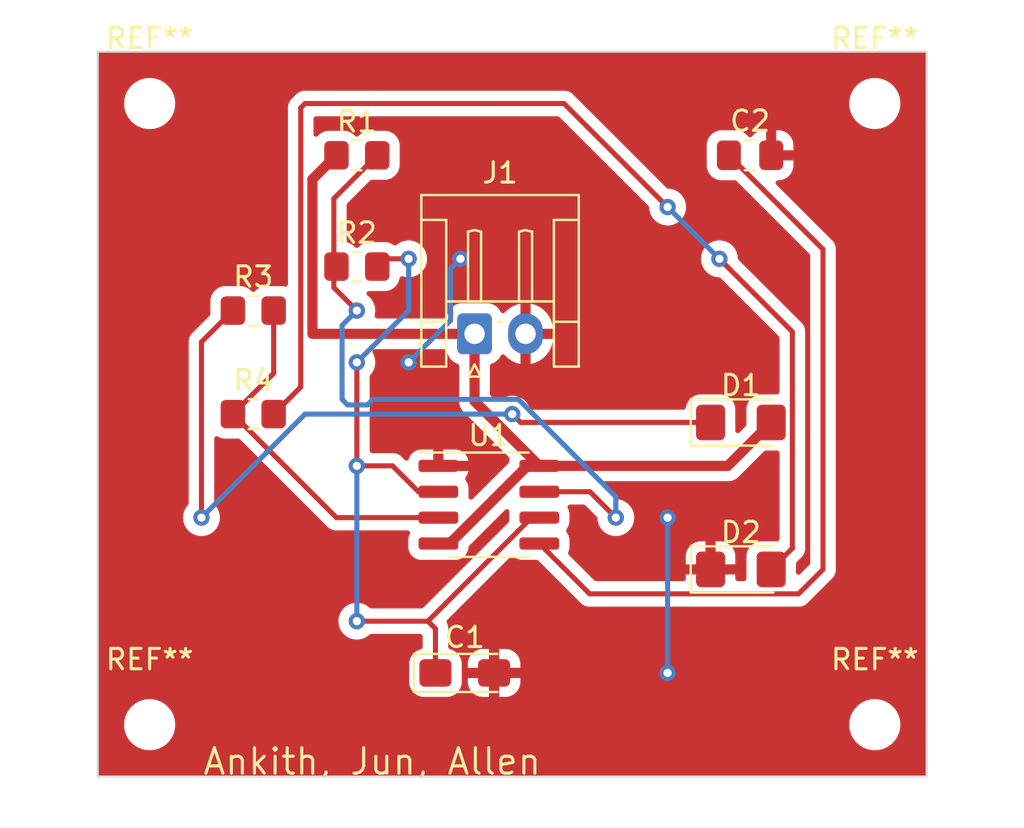
<source format=kicad_pcb>
(kicad_pcb (version 20221018) (generator pcbnew)
  (layers (0 "F.Cu" signal) (31 "B.Cu" signal) (34 "B.Paste" user) (35 "F.Paste" user) (36 "B.SilkS" user "B.Silkscreen") (37 "F.SilkS" user "F.Silkscreen") (38 "B.Mask" user) (39 "F.Mask" user) (44 "Edge.Cuts" user))
  (net 0 "")
  (net 1 "/pin_2")
  (net 2 "GND")
  (net 3 "Net-(U1-CV)")
  (net 4 "Net-(D1-K)")
  (net 5 "+9V")
  (net 6 "Net-(D2-A)")
  (net 7 "/pin_7")
  (net 8 "/pin_3")
  (footprint "LED_SMD:LED_1206_3216Metric_Pad1.42x1.75mm_HandSolder" (layer "F.Cu") (at 161.0725 107.09)
    (fp_text reference "D1" (at 0 -1.82) (layer "F.SilkS"))
    (fp_text value "LED")
    (fp_line (start -2.46 -1.135) (end -2.46 1.135) (stroke (width 0.12)) (layer "F.SilkS"))
    (fp_line (start -2.46 1.135) (end 1.6 1.135) (stroke (width 0.12)) (layer "F.SilkS"))
    (fp_line (start 1.6 -1.135) (end -2.46 -1.135) (stroke (width 0.12)) (layer "F.SilkS"))
    (pad "1" smd roundrect (at -1.4875 0) (size 1.425 1.75) (layers "F.Cu" "F.Paste" "F.Mask") (roundrect_rratio 0.1754392982) (net 4 "Net-(D1-K)"))
    (pad "2" smd roundrect (at 1.4875 0) (size 1.425 1.75) (layers "F.Cu" "F.Paste" "F.Mask") (roundrect_rratio 0.1754392982) (net 5 "+9V"))
  )
  (footprint "Capacitor_Tantalum_SMD:CP_EIA-3216-18_Kemet-A_Pad1.58x1.35mm_HandSolder" (layer "F.Cu") (at 147.5325 119.38)
    (fp_text reference "C1" (at 0 -1.75) (layer "F.SilkS"))
    (fp_text value "10 µF")
    (fp_line (start -2.485 -0.935) (end -2.485 0.935) (stroke (width 0.12)) (layer "F.SilkS"))
    (fp_line (start -2.485 0.935) (end 1.6 0.935) (stroke (width 0.12)) (layer "F.SilkS"))
    (fp_line (start 1.6 -0.935) (end -2.485 -0.935) (stroke (width 0.12)) (layer "F.SilkS"))
    (pad "1" smd roundrect (at -1.4375 0) (size 1.575 1.35) (layers "F.Cu" "F.Paste" "F.Mask") (roundrect_rratio 0.1851851852) (net 1 "/pin_2"))
    (pad "2" smd roundrect (at 1.4375 0) (size 1.575 1.35) (layers "F.Cu" "F.Paste" "F.Mask") (roundrect_rratio 0.1851851852) (net 2 "GND"))
  )
  (footprint "MountingHole:MountingHole_2mm" (layer "F.Cu") (at 132.08 121.92)
    (fp_text reference "REF**" (at 0 -3.2) (layer "F.SilkS"))
    (fp_text value "MountingHole_2mm")
    (pad "" np_thru_hole circle (at 0 0) (size 2 2) (drill 2) (layers "*.Cu" "*.Mask"))
  )
  (footprint "Capacitor_SMD:C_0805_2012Metric_Pad1.18x1.45mm_HandSolder" (layer "F.Cu") (at 161.5225 93.98)
    (fp_text reference "C2" (at 0 -1.68) (layer "F.SilkS"))
    (fp_text value "0.01µF")
    (fp_line (start -0.261252 -0.735) (end 0.261252 -0.735) (stroke (width 0.12)) (layer "F.SilkS"))
    (fp_line (start -0.261252 0.735) (end 0.261252 0.735) (stroke (width 0.12)) (layer "F.SilkS"))
    (pad "1" smd roundrect (at -1.0375 0) (size 1.175 1.45) (layers "F.Cu" "F.Paste" "F.Mask") (roundrect_rratio 0.2127659574) (net 3 "Net-(U1-CV)"))
    (pad "2" smd roundrect (at 1.0375 0) (size 1.175 1.45) (layers "F.Cu" "F.Paste" "F.Mask") (roundrect_rratio 0.2127659574) (net 2 "GND"))
  )
  (footprint "LED_SMD:LED_1206_3216Metric_Pad1.42x1.75mm_HandSolder" (layer "F.Cu") (at 161.0725 114.3)
    (fp_text reference "D2" (at 0 -1.82) (layer "F.SilkS"))
    (fp_text value "LED")
    (fp_line (start -2.46 -1.135) (end -2.46 1.135) (stroke (width 0.12)) (layer "F.SilkS"))
    (fp_line (start -2.46 1.135) (end 1.6 1.135) (stroke (width 0.12)) (layer "F.SilkS"))
    (fp_line (start 1.6 -1.135) (end -2.46 -1.135) (stroke (width 0.12)) (layer "F.SilkS"))
    (pad "1" smd roundrect (at -1.4875 0) (size 1.425 1.75) (layers "F.Cu" "F.Paste" "F.Mask") (roundrect_rratio 0.1754392982) (net 2 "GND"))
    (pad "2" smd roundrect (at 1.4875 0) (size 1.425 1.75) (layers "F.Cu" "F.Paste" "F.Mask") (roundrect_rratio 0.1754392982) (net 6 "Net-(D2-A)"))
  )
  (footprint "Resistor_SMD:R_0805_2012Metric_Pad1.20x1.40mm_HandSolder" (layer "F.Cu") (at 137.16 101.6)
    (fp_text reference "R3" (at 0 -1.65) (layer "F.SilkS"))
    (fp_text value "1k")
    (fp_line (start -0.227064 -0.735) (end 0.227064 -0.735) (stroke (width 0.12)) (layer "F.SilkS"))
    (fp_line (start -0.227064 0.735) (end 0.227064 0.735) (stroke (width 0.12)) (layer "F.SilkS"))
    (pad "1" smd roundrect (at -1 0) (size 1.2 1.4) (layers "F.Cu" "F.Paste" "F.Mask") (roundrect_rratio 0.2083333333) (net 4 "Net-(D1-K)"))
    (pad "2" smd roundrect (at 1 0) (size 1.2 1.4) (layers "F.Cu" "F.Paste" "F.Mask") (roundrect_rratio 0.2083333333) (net 8 "/pin_3"))
  )
  (footprint "Resistor_SMD:R_0805_2012Metric_Pad1.20x1.40mm_HandSolder" (layer "F.Cu") (at 142.24 93.98)
    (fp_text reference "R1" (at 0 -1.65) (layer "F.SilkS"))
    (fp_text value "1k")
    (fp_line (start -0.227064 -0.735) (end 0.227064 -0.735) (stroke (width 0.12)) (layer "F.SilkS"))
    (fp_line (start -0.227064 0.735) (end 0.227064 0.735) (stroke (width 0.12)) (layer "F.SilkS"))
    (pad "1" smd roundrect (at -1 0) (size 1.2 1.4) (layers "F.Cu" "F.Paste" "F.Mask") (roundrect_rratio 0.2083333333) (net 5 "+9V"))
    (pad "2" smd roundrect (at 1 0) (size 1.2 1.4) (layers "F.Cu" "F.Paste" "F.Mask") (roundrect_rratio 0.2083333333) (net 7 "/pin_7"))
  )
  (footprint "Resistor_SMD:R_0805_2012Metric_Pad1.20x1.40mm_HandSolder" (layer "F.Cu") (at 142.24 99.44)
    (fp_text reference "R2" (at 0 -1.65) (layer "F.SilkS"))
    (fp_text value "10k")
    (fp_line (start -0.227064 -0.735) (end 0.227064 -0.735) (stroke (width 0.12)) (layer "F.SilkS"))
    (fp_line (start -0.227064 0.735) (end 0.227064 0.735) (stroke (width 0.12)) (layer "F.SilkS"))
    (pad "1" smd roundrect (at -1 0) (size 1.2 1.4) (layers "F.Cu" "F.Paste" "F.Mask") (roundrect_rratio 0.2083333333) (net 7 "/pin_7"))
    (pad "2" smd roundrect (at 1 0) (size 1.2 1.4) (layers "F.Cu" "F.Paste" "F.Mask") (roundrect_rratio 0.2083333333) (net 1 "/pin_2"))
  )
  (footprint "Package_SO:SOIC-8_3.9x4.9mm_P1.27mm" (layer "F.Cu") (at 148.7125 111.125)
    (fp_text reference "U1" (at 0 -3.4) (layer "F.SilkS"))
    (fp_text value "~")
    (fp_line (start 0 -2.56) (end -3.45 -2.56) (stroke (width 0.12)) (layer "F.SilkS"))
    (fp_line (start 0 -2.56) (end 1.95 -2.56) (stroke (width 0.12)) (layer "F.SilkS"))
    (fp_line (start 0 2.56) (end -1.95 2.56) (stroke (width 0.12)) (layer "F.SilkS"))
    (fp_line (start 0 2.56) (end 1.95 2.56) (stroke (width 0.12)) (layer "F.SilkS"))
    (pad "1" smd roundrect (at -2.475 -1.905) (size 1.95 0.6) (layers "F.Cu" "F.Paste" "F.Mask") (net 2 "GND"))
    (pad "2" smd roundrect (at -2.475 -0.635) (size 1.95 0.6) (layers "F.Cu" "F.Paste" "F.Mask") (net 1 "/pin_2"))
    (pad "3" smd roundrect (at -2.475 0.635) (size 1.95 0.6) (layers "F.Cu" "F.Paste" "F.Mask") (net 8 "/pin_3"))
    (pad "4" smd roundrect (at -2.475 1.905) (size 1.95 0.6) (layers "F.Cu" "F.Paste" "F.Mask") (net 5 "+9V"))
    (pad "5" smd roundrect (at 2.475 1.905) (size 1.95 0.6) (layers "F.Cu" "F.Paste" "F.Mask") (net 3 "Net-(U1-CV)"))
    (pad "6" smd roundrect (at 2.475 0.635) (size 1.95 0.6) (layers "F.Cu" "F.Paste" "F.Mask") (net 1 "/pin_2"))
    (pad "7" smd roundrect (at 2.475 -0.635) (size 1.95 0.6) (layers "F.Cu" "F.Paste" "F.Mask") (net 7 "/pin_7"))
    (pad "8" smd roundrect (at 2.475 -1.905) (size 1.95 0.6) (layers "F.Cu" "F.Paste" "F.Mask") (net 5 "+9V"))
  )
  (footprint "MountingHole:MountingHole_2mm" (layer "F.Cu") (at 167.64 91.44)
    (fp_text reference "REF**" (at 0 -3.2) (layer "F.SilkS"))
    (fp_text value "MountingHole_2mm")
    (pad "" np_thru_hole circle (at 0 0) (size 2 2) (drill 2) (layers "*.Cu" "*.Mask"))
  )
  (footprint "MountingHole:MountingHole_2mm" (layer "F.Cu") (at 167.64 121.92)
    (fp_text reference "REF**" (at 0 -3.2) (layer "F.SilkS"))
    (fp_text value "MountingHole_2mm")
    (pad "" np_thru_hole circle (at 0 0) (size 2 2) (drill 2) (layers "*.Cu" "*.Mask"))
  )
  (footprint "Connector_JST:JST_EH_S2B-EH_1x02_P2.50mm_Horizontal" (layer "F.Cu") (at 148.0125 102.74)
    (fp_text reference "J1" (at 1.25 -7.9) (layer "F.SilkS"))
    (fp_text value "~")
    (fp_line (start -2.61 -6.81) (end 5.11 -6.81) (stroke (width 0.12)) (layer "F.SilkS"))
    (fp_line (start -2.61 -5.59) (end -1.39 -5.59) (stroke (width 0.12)) (layer "F.SilkS"))
    (fp_line (start -2.61 1.61) (end -2.61 -6.81) (stroke (width 0.12)) (layer "F.SilkS"))
    (fp_line (start -1.39 -5.59) (end -1.39 -0.59) (stroke (width 0.12)) (layer "F.SilkS"))
    (fp_line (start -1.39 -1.59) (end 3.89 -1.59) (stroke (width 0.12)) (layer "F.SilkS"))
    (fp_line (start -1.39 -0.59) (end -2.61 -0.59) (stroke (width 0.12)) (layer "F.SilkS"))
    (fp_line (start -1.39 -0.59) (end -1.39 1.61) (stroke (width 0.12)) (layer "F.SilkS"))
    (fp_line (start -1.39 1.61) (end -2.61 1.61) (stroke (width 0.12)) (layer "F.SilkS"))
    (fp_line (start -0.32 -5.01) (end 0 -5.09) (stroke (width 0.12)) (layer "F.SilkS"))
    (fp_line (start -0.32 -1.59) (end -0.32 -5.01) (stroke (width 0.12)) (layer "F.SilkS"))
    (fp_line (start -0.3 2.1) (end 0.3 2.1) (stroke (width 0.12)) (layer "F.SilkS"))
    (fp_line (start 0 -5.09) (end 0.32 -5.01) (stroke (width 0.12)) (layer "F.SilkS"))
    (fp_line (start 0 -1.59) (end -0.32 -1.59) (stroke (width 0.12)) (layer "F.SilkS"))
    (fp_line (start 0 1.5) (end -0.3 2.1) (stroke (width 0.12)) (layer "F.SilkS"))
    (fp_line (start 0.3 2.1) (end 0 1.5) (stroke (width 0.12)) (layer "F.SilkS"))
    (fp_line (start 0.32 -5.01) (end 0.32 -1.59) (stroke (width 0.12)) (layer "F.SilkS"))
    (fp_line (start 0.32 -1.59) (end 0 -1.59) (stroke (width 0.12)) (layer "F.SilkS"))
    (fp_line (start 1.17 -0.59) (end 1.33 -0.59) (stroke (width 0.12)) (layer "F.SilkS"))
    (fp_line (start 2.18 -5.01) (end 2.5 -5.09) (stroke (width 0.12)) (layer "F.SilkS"))
    (fp_line (start 2.18 -1.59) (end 2.18 -5.01) (stroke (width 0.12)) (layer "F.SilkS"))
    (fp_line (start 2.5 -5.09) (end 2.82 -5.01) (stroke (width 0.12)) (layer "F.SilkS"))
    (fp_line (start 2.5 -1.59) (end 2.18 -1.59) (stroke (width 0.12)) (layer "F.SilkS"))
    (fp_line (start 2.82 -5.01) (end 2.82 -1.59) (stroke (width 0.12)) (layer "F.SilkS"))
    (fp_line (start 2.82 -1.59) (end 2.5 -1.59) (stroke (width 0.12)) (layer "F.SilkS"))
    (fp_line (start 3.89 -5.59) (end 3.89 -0.59) (stroke (width 0.12)) (layer "F.SilkS"))
    (fp_line (start 3.89 -0.59) (end 5.11 -0.59) (stroke (width 0.12)) (layer "F.SilkS"))
    (fp_line (start 3.89 1.61) (end 3.89 -0.59) (stroke (width 0.12)) (layer "F.SilkS"))
    (fp_line (start 5.11 -6.81) (end 5.11 1.61) (stroke (width 0.12)) (layer "F.SilkS"))
    (fp_line (start 5.11 -5.59) (end 3.89 -5.59) (stroke (width 0.12)) (layer "F.SilkS"))
    (fp_line (start 5.11 1.61) (end 3.89 1.61) (stroke (width 0.12)) (layer "F.SilkS"))
    (pad "1" thru_hole roundrect (at 0 0) (size 1.7 2) (drill 1) (layers "*.Cu" "*.Mask") (roundrect_rratio 0.1470588235) (net 5 "+9V"))
    (pad "2" thru_hole oval (at 2.5 0) (size 1.7 2) (drill 1) (layers "*.Cu" "*.Mask") (net 2 "GND"))
  )
  (footprint "MountingHole:MountingHole_2mm" (layer "F.Cu") (at 132.08 91.44)
    (fp_text reference "REF**" (at 0 -3.2) (layer "F.SilkS"))
    (fp_text value "MountingHole_2mm")
    (pad "" np_thru_hole circle (at 0 0) (size 2 2) (drill 2) (layers "*.Cu" "*.Mask"))
  )
  (footprint "Resistor_SMD:R_0805_2012Metric_Pad1.20x1.40mm_HandSolder" (layer "F.Cu") (at 137.16 106.68)
    (fp_text reference "R4" (at 0 -1.65) (layer "F.SilkS"))
    (fp_text value "1k")
    (fp_line (start -0.227064 -0.735) (end 0.227064 -0.735) (stroke (width 0.12)) (layer "F.SilkS"))
    (fp_line (start -0.227064 0.735) (end 0.227064 0.735) (stroke (width 0.12)) (layer "F.SilkS"))
    (pad "1" smd roundrect (at -1 0) (size 1.2 1.4) (layers "F.Cu" "F.Paste" "F.Mask") (roundrect_rratio 0.2083333333) (net 8 "/pin_3"))
    (pad "2" smd roundrect (at 1 0) (size 1.2 1.4) (layers "F.Cu" "F.Paste" "F.Mask") (roundrect_rratio 0.2083333333) (net 6 "Net-(D2-A)"))
  )
  (gr_line (start 129.54 124.46) (end 129.54 91.44) (stroke (width 0.1)) (layer "Edge.Cuts"))
  (gr_line (start 129.54 91.44) (end 129.54 88.9) (stroke (width 0.1)) (layer "Edge.Cuts"))
  (gr_line (start 170.18 88.9) (end 170.18 124.46) (stroke (width 0.1)) (layer "Edge.Cuts"))
  (gr_line (start 170.18 124.46) (end 129.54 124.46) (stroke (width 0.1)) (layer "Edge.Cuts"))
  (gr_line (start 129.54 88.9) (end 132.08 88.9) (stroke (width 0.1)) (layer "Edge.Cuts"))
  (gr_line (start 132.08 88.9) (end 170.18 88.9) (stroke (width 0.1)) (layer "Edge.Cuts"))
  (gr_text "Ankith, Jun, Allen" (at 134.62 124.46) (layer "F.SilkS") (effects (font (size 1.25 1.25)) (justify left bottom)))
  (segment (start 144.78 99.06) (end 143.4925 99.06) (width 0.25) (layer "F.Cu") (net 1))
  (segment (start 143.992501 109.22) (end 142.24 109.22) (width 0.25) (layer "F.Cu") (net 1))
  (segment (start 145.726592 116.84) (end 146.095 117.208408) (width 0.25) (layer "F.Cu") (net 1))
  (segment (start 142.24 109.22) (end 142.24 104.14) (width 0.25) (layer "F.Cu") (net 1))
  (segment (start 145.726592 116.84) (end 150.806592 111.76) (width 0.25) (layer "F.Cu") (net 1))
  (segment (start 146.095 117.208408) (end 146.095 119.38) (width 0.25) (layer "F.Cu") (net 1))
  (segment (start 146.2375 110.49) (end 145.262501 110.49) (width 0.25) (layer "F.Cu") (net 1))
  (segment (start 145.262501 110.49) (end 143.992501 109.22) (width 0.25) (layer "F.Cu") (net 1))
  (segment (start 143.4925 99.06) (end 143.1125 99.44) (width 0.25) (layer "F.Cu") (net 1))
  (segment (start 150.806592 111.76) (end 151.1875 111.76) (width 0.25) (layer "F.Cu") (net 1))
  (segment (start 142.24 116.84) (end 145.726592 116.84) (width 0.25) (layer "F.Cu") (net 1))
  (via (at 142.24 104.14) (size 0.8) (drill 0.4) (layers "F.Cu" "B.Cu") (net 1))
  (via (at 142.24 109.22) (size 0.8) (drill 0.4) (layers "F.Cu" "B.Cu") (net 1))
  (via (at 144.78 99.06) (size 0.8) (drill 0.4) (layers "F.Cu" "B.Cu") (net 1))
  (via (at 142.24 116.84) (size 0.8) (drill 0.4) (layers "F.Cu" "B.Cu") (net 1))
  (segment (start 144.78 101.6) (end 144.78 99.06) (width 0.25) (layer "B.Cu") (net 1))
  (segment (start 142.24 104.14) (end 144.78 101.6) (width 0.25) (layer "B.Cu") (net 1))
  (segment (start 142.24 109.22) (end 142.24 116.84) (width 0.25) (layer "B.Cu") (net 1))
  (segment (start 148.97 119.38) (end 149.86 119.38) (width 0.25) (layer "F.Cu") (net 2))
  (via (at 157.48 119.38) (size 0.8) (drill 0.4) (layers "F.Cu" "B.Cu") (net 2))
  (via (at 144.78 104.14) (size 0.8) (drill 0.4) (layers "F.Cu" "B.Cu") (net 2))
  (via (at 147.32 99.06) (size 0.8) (drill 0.4) (layers "F.Cu" "B.Cu") (net 2))
  (via (at 157.48 111.76) (size 0.8) (drill 0.4) (layers "F.Cu" "B.Cu") (net 2))
  (segment (start 144.78 104.14) (end 146.8375 102.0825) (width 0.25) (layer "B.Cu") (net 2))
  (segment (start 157.48 111.76) (end 157.48 119.38) (width 0.25) (layer "B.Cu") (net 2))
  (segment (start 146.8375 102.0825) (end 146.8375 99.5425) (width 0.25) (layer "B.Cu") (net 2))
  (segment (start 146.8375 99.5425) (end 147.32 99.06) (width 0.25) (layer "B.Cu") (net 2))
  (segment (start 153.6575 115.5) (end 163.9 115.5) (width 0.25) (layer "F.Cu") (net 3))
  (segment (start 165.1 114.3) (end 165.1 98.595) (width 0.25) (layer "F.Cu") (net 3))
  (segment (start 151.1875 113.03) (end 153.6575 115.5) (width 0.25) (layer "F.Cu") (net 3))
  (segment (start 165.1 98.595) (end 160.485 93.98) (width 0.25) (layer "F.Cu") (net 3))
  (segment (start 163.9 115.5) (end 165.1 114.3) (width 0.25) (layer "F.Cu") (net 3))
  (segment (start 150.27 107.09) (end 149.86 106.68) (width 0.25) (layer "F.Cu") (net 4))
  (segment (start 134.62 111.76) (end 134.62 103.14) (width 0.25) (layer "F.Cu") (net 4))
  (segment (start 134.62 103.14) (end 136.16 101.6) (width 0.25) (layer "F.Cu") (net 4))
  (segment (start 159.585 107.09) (end 150.27 107.09) (width 0.25) (layer "F.Cu") (net 4))
  (via (at 149.86 106.68) (size 0.8) (drill 0.4) (layers "F.Cu" "B.Cu") (net 4))
  (via (at 134.62 111.76) (size 0.8) (drill 0.4) (layers "F.Cu" "B.Cu") (net 4))
  (segment (start 149.86 106.68) (end 139.7 106.68) (width 0.25) (layer "B.Cu") (net 4))
  (segment (start 139.7 106.68) (end 134.62 111.76) (width 0.25) (layer "B.Cu") (net 4))
  (segment (start 151.1875 109.22) (end 160.43 109.22) (width 0.5) (layer "F.Cu") (net 5))
  (segment (start 140.0625 102.74) (end 148.0125 102.74) (width 0.5) (layer "F.Cu") (net 5))
  (segment (start 148.0125 102.74) (end 148.0125 106.045) (width 0.5) (layer "F.Cu") (net 5))
  (segment (start 141.24 93.98) (end 140.0625 95.1575) (width 0.5) (layer "F.Cu") (net 5))
  (segment (start 146.2375 113.03) (end 146.795184 113.03) (width 0.5) (layer "F.Cu") (net 5))
  (segment (start 160.43 109.22) (end 162.56 107.09) (width 0.5) (layer "F.Cu") (net 5))
  (segment (start 150.605184 109.22) (end 151.1875 109.22) (width 0.5) (layer "F.Cu") (net 5))
  (segment (start 148.0125 106.045) (end 151.1875 109.22) (width 0.5) (layer "F.Cu") (net 5))
  (segment (start 146.795184 113.03) (end 150.605184 109.22) (width 0.5) (layer "F.Cu") (net 5))
  (segment (start 140.0625 95.1575) (end 140.0625 102.74) (width 0.5) (layer "F.Cu") (net 5))
  (segment (start 163.5975 113.2625) (end 162.56 114.3) (width 0.25) (layer "F.Cu") (net 6))
  (segment (start 139.4875 105.3525) (end 139.4875 91.6525) (width 0.25) (layer "F.Cu") (net 6))
  (segment (start 138.16 106.68) (end 139.4875 105.3525) (width 0.25) (layer "F.Cu") (net 6))
  (segment (start 139.4875 91.6525) (end 139.7 91.44) (width 0.25) (layer "F.Cu") (net 6))
  (segment (start 139.7 91.44) (end 148.8176 91.44) (width 0.25) (layer "F.Cu") (net 6))
  (segment (start 163.5975 102.6375) (end 163.5975 113.2625) (width 0.25) (layer "F.Cu") (net 6))
  (segment (start 148.8176 91.44) (end 152.4 91.44) (width 0.25) (layer "F.Cu") (net 6))
  (segment (start 152.4 91.44) (end 157.48 96.52) (width 0.25) (layer "F.Cu") (net 6))
  (segment (start 160.02 99.06) (end 163.5975 102.6375) (width 0.25) (layer "F.Cu") (net 6))
  (via (at 160.02 99.06) (size 0.8) (drill 0.4) (layers "F.Cu" "B.Cu") (net 6))
  (via (at 157.48 96.52) (size 0.8) (drill 0.4) (layers "F.Cu" "B.Cu") (net 6))
  (segment (start 157.48 96.52) (end 160.02 99.06) (width 0.25) (layer "B.Cu") (net 6))
  (segment (start 142.24 101.6) (end 141.1125 100.4725) (width 0.25) (layer "F.Cu") (net 7))
  (segment (start 154.94 111.76) (end 153.67 110.49) (width 0.25) (layer "F.Cu") (net 7))
  (segment (start 141.1125 100.4725) (end 141.1125 96.1075) (width 0.25) (layer "F.Cu") (net 7))
  (segment (start 141.1125 96.1075) (end 143.24 93.98) (width 0.25) (layer "F.Cu") (net 7))
  (segment (start 153.67 110.49) (end 151.1875 110.49) (width 0.25) (layer "F.Cu") (net 7))
  (via (at 142.24 101.6) (size 0.8) (drill 0.4) (layers "F.Cu" "B.Cu") (net 7))
  (via (at 154.94 111.76) (size 0.8) (drill 0.4) (layers "F.Cu" "B.Cu") (net 7))
  (segment (start 141.515 102.325) (end 141.515 105.955) (width 0.25) (layer "B.Cu") (net 7))
  (segment (start 150.160305 105.955) (end 154.94 110.734695) (width 0.25) (layer "B.Cu") (net 7))
  (segment (start 141.515 105.955) (end 141.79 106.23) (width 0.25) (layer "B.Cu") (net 7))
  (segment (start 154.94 110.734695) (end 154.94 111.76) (width 0.25) (layer "B.Cu") (net 7))
  (segment (start 143.029695 105.955) (end 150.160305 105.955) (width 0.25) (layer "B.Cu") (net 7))
  (segment (start 141.79 106.23) (end 142.754695 106.23) (width 0.25) (layer "B.Cu") (net 7))
  (segment (start 142.24 101.6) (end 141.515 102.325) (width 0.25) (layer "B.Cu") (net 7))
  (segment (start 142.754695 106.23) (end 143.029695 105.955) (width 0.25) (layer "B.Cu") (net 7))
  (segment (start 141.24 111.76) (end 146.2375 111.76) (width 0.25) (layer "F.Cu") (net 8))
  (segment (start 138.16 101.6) (end 138.16 104.68) (width 0.25) (layer "F.Cu") (net 8))
  (segment (start 138.16 104.68) (end 136.16 106.68) (width 0.25) (layer "F.Cu") (net 8))
  (segment (start 136.16 106.68) (end 141.24 111.76) (width 0.25) (layer "F.Cu") (net 8))
  (zone (net 2) (net_name "GND") (layer "F.Cu") (connect_pads (clearance 0.5)) (min_thickness 0.25) (fill yes (thermal_gap 0.5) (thermal_bridge_width 0.5))
    (polygon (pts (xy 127 86.36) (xy 172.72 86.36) (xy 172.72 127) (xy 127 127)))
  )
)
</source>
